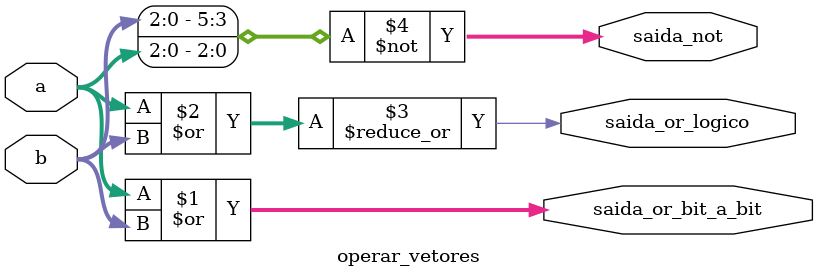
<source format=v>
module operar_vetores( 
    input [2:0] a,
    input [2:0] b,
    output [2:0] saida_or_bit_a_bit,
    output saida_or_logico,
    output [5:0] saida_not
);
    // Operação OR bit a bit
    assign saida_or_bit_a_bit = a | b;

    // Operação OR lógico
    assign saida_or_logico = |(a | b);

    // Operação NOT conccatenada 
    assign saida_not = ~{b, a};
    
endmodule
</source>
